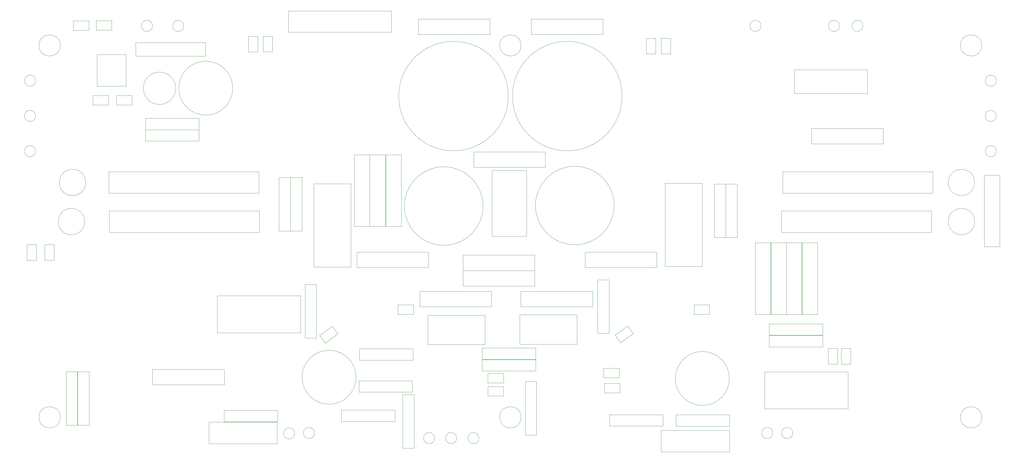
<source format=gbr>
G04 #@! TF.GenerationSoftware,KiCad,Pcbnew,(5.0.0)*
G04 #@! TF.CreationDate,2020-05-22T12:26:50+01:00*
G04 #@! TF.ProjectId,KIT88,4B495438382E6B696361645F70636200,rev?*
G04 #@! TF.SameCoordinates,Original*
G04 #@! TF.FileFunction,Other,User*
%FSLAX46Y46*%
G04 Gerber Fmt 4.6, Leading zero omitted, Abs format (unit mm)*
G04 Created by KiCad (PCBNEW (5.0.0)) date 05/22/20 12:26:50*
%MOMM*%
%LPD*%
G01*
G04 APERTURE LIST*
%ADD10C,0.050000*%
G04 APERTURE END LIST*
D10*
G04 #@! TO.C,TP1*
X20850000Y-119380000D02*
G75*
G03X20850000Y-119380000I-1800000J0D01*
G01*
G04 #@! TO.C,TP2*
X58721400Y-101600000D02*
G75*
G03X58721400Y-101600000I-1800000J0D01*
G01*
G04 #@! TO.C,TP6*
X20850000Y-130810000D02*
G75*
G03X20850000Y-130810000I-1800000J0D01*
G01*
G04 #@! TO.C,TP7*
X20850000Y-142240000D02*
G75*
G03X20850000Y-142240000I-1800000J0D01*
G01*
G04 #@! TO.C,TP8*
X332000000Y-142240000D02*
G75*
G03X332000000Y-142240000I-1800000J0D01*
G01*
G04 #@! TO.C,TP9*
X255800000Y-101600000D02*
G75*
G03X255800000Y-101600000I-1800000J0D01*
G01*
G04 #@! TO.C,TP10*
X288820000Y-101600000D02*
G75*
G03X288820000Y-101600000I-1800000J0D01*
G01*
G04 #@! TO.C,TP11*
X281200000Y-101600000D02*
G75*
G03X281200000Y-101600000I-1800000J0D01*
G01*
G04 #@! TO.C,TP12*
X332000000Y-130810000D02*
G75*
G03X332000000Y-130810000I-1800000J0D01*
G01*
G04 #@! TO.C,TP13*
X332000000Y-119380000D02*
G75*
G03X332000000Y-119380000I-1800000J0D01*
G01*
G04 #@! TO.C,TP14*
X157210000Y-235344000D02*
G75*
G03X157210000Y-235344000I-1800000J0D01*
G01*
G04 #@! TO.C,TP15*
X111160000Y-233680000D02*
G75*
G03X111160000Y-233680000I-1800000J0D01*
G01*
G04 #@! TO.C,TP16*
X150098000Y-235344000D02*
G75*
G03X150098000Y-235344000I-1800000J0D01*
G01*
G04 #@! TO.C,TP18*
X164449000Y-235344000D02*
G75*
G03X164449000Y-235344000I-1800000J0D01*
G01*
G04 #@! TO.C,TP19*
X266087000Y-233680000D02*
G75*
G03X266087000Y-233680000I-1800000J0D01*
G01*
G04 #@! TO.C,TP20*
X259623000Y-233680000D02*
G75*
G03X259623000Y-233680000I-1800000J0D01*
G01*
G04 #@! TO.C,TP21*
X104759000Y-233832000D02*
G75*
G03X104759000Y-233832000I-1800000J0D01*
G01*
G04 #@! TO.C,TP3*
X68856000Y-101600000D02*
G75*
G03X68856000Y-101600000I-1800000J0D01*
G01*
G04 #@! TO.C,TP100*
X92786200Y-104940000D02*
X92786200Y-110020000D01*
X92762200Y-104964000D02*
X89762200Y-104964000D01*
X89738200Y-110020000D02*
X92786200Y-110020000D01*
X89738200Y-110020000D02*
X89738200Y-104940000D01*
G04 #@! TO.C,TP101*
X94526100Y-110020000D02*
X94526100Y-104940000D01*
X94550100Y-109996000D02*
X97550100Y-109996000D01*
X97574100Y-104940000D02*
X94526100Y-104940000D01*
X97574100Y-104940000D02*
X97574100Y-110020000D01*
G04 #@! TO.C,TP200*
X221704000Y-105600000D02*
X221704000Y-110680000D01*
X221680000Y-105624000D02*
X218680000Y-105624000D01*
X218656000Y-110680000D02*
X221704000Y-110680000D01*
X218656000Y-110680000D02*
X218656000Y-105600000D01*
G04 #@! TO.C,TP201*
X223444000Y-110706000D02*
X223444000Y-105626000D01*
X223468000Y-110682000D02*
X226468000Y-110682000D01*
X226492000Y-105626000D02*
X223444000Y-105626000D01*
X226492000Y-105626000D02*
X226492000Y-110706000D01*
G04 #@! TO.C,TP300*
X21069300Y-172542000D02*
X21069300Y-177622000D01*
X21045300Y-172566000D02*
X18045300Y-172566000D01*
X18021300Y-177622000D02*
X21069300Y-177622000D01*
X18021300Y-177622000D02*
X18021300Y-172542000D01*
G04 #@! TO.C,TP301*
X23787100Y-177648000D02*
X23787100Y-172568000D01*
X23811100Y-177624000D02*
X26811100Y-177624000D01*
X26835100Y-172568000D02*
X23787100Y-172568000D01*
X26835100Y-172568000D02*
X26835100Y-177648000D01*
G04 #@! TO.C,TP400*
X284798000Y-206235000D02*
X284798000Y-211315000D01*
X284774000Y-206259000D02*
X281774000Y-206259000D01*
X281750000Y-211315000D02*
X284798000Y-211315000D01*
X281750000Y-211315000D02*
X281750000Y-206235000D01*
G04 #@! TO.C,TP401*
X277558000Y-211315000D02*
X277558000Y-206235000D01*
X277582000Y-211291000D02*
X280582000Y-211291000D01*
X280606000Y-206235000D02*
X277558000Y-206235000D01*
X280606000Y-206235000D02*
X280606000Y-211315000D01*
G04 #@! TO.C,TP50*
X112831273Y-202062843D02*
X116941080Y-199076894D01*
X112864797Y-202068152D02*
X114628152Y-204495203D01*
X118732649Y-201542778D02*
X116941080Y-199076894D01*
X118732649Y-201542778D02*
X114622843Y-204528727D01*
G04 #@! TO.C,TP51*
X138151000Y-192126000D02*
X143231000Y-192126000D01*
X138175000Y-192150000D02*
X138175000Y-195150000D01*
X143231000Y-195174000D02*
X143231000Y-192126000D01*
X143231000Y-195174000D02*
X138151000Y-195174000D01*
G04 #@! TO.C,TP60*
X208475273Y-201935843D02*
X212585080Y-198949894D01*
X208508797Y-201941152D02*
X210272152Y-204368203D01*
X214376649Y-201415778D02*
X212585080Y-198949894D01*
X214376649Y-201415778D02*
X210266843Y-204401727D01*
G04 #@! TO.C,TP61*
X234061000Y-192126000D02*
X239141000Y-192126000D01*
X234085000Y-192150000D02*
X234085000Y-195150000D01*
X239141000Y-195174000D02*
X239141000Y-192126000D01*
X239141000Y-195174000D02*
X234061000Y-195174000D01*
G04 #@! TO.C,TP80*
X205016000Y-217576000D02*
X210096000Y-217576000D01*
X205040000Y-217600000D02*
X205040000Y-220600000D01*
X210096000Y-220624000D02*
X210096000Y-217576000D01*
X210096000Y-220624000D02*
X205016000Y-220624000D01*
G04 #@! TO.C,TP81*
X204838000Y-212687000D02*
X209918000Y-212687000D01*
X204862000Y-212711000D02*
X204862000Y-215711000D01*
X209918000Y-215735000D02*
X209918000Y-212687000D01*
X209918000Y-215735000D02*
X204838000Y-215735000D01*
G04 #@! TO.C,TP90*
X46990000Y-124206000D02*
X52070000Y-124206000D01*
X47014000Y-124230000D02*
X47014000Y-127230000D01*
X52070000Y-127254000D02*
X52070000Y-124206000D01*
X52070000Y-127254000D02*
X46990000Y-127254000D01*
G04 #@! TO.C,TP91*
X39370000Y-124206000D02*
X44450000Y-124206000D01*
X39394000Y-124230000D02*
X39394000Y-127230000D01*
X44450000Y-127254000D02*
X44450000Y-124206000D01*
X44450000Y-127254000D02*
X39370000Y-127254000D01*
G04 #@! TO.C,TP70*
X167322000Y-218643000D02*
X172402000Y-218643000D01*
X167346000Y-218667000D02*
X167346000Y-221667000D01*
X172402000Y-221691000D02*
X172402000Y-218643000D01*
X172402000Y-221691000D02*
X167322000Y-221691000D01*
G04 #@! TO.C,TP71*
X167322000Y-214376000D02*
X172402000Y-214376000D01*
X167346000Y-214400000D02*
X167346000Y-217400000D01*
X172402000Y-217424000D02*
X172402000Y-214376000D01*
X172402000Y-217424000D02*
X167322000Y-217424000D01*
G04 #@! TO.C,TP5*
X40436800Y-99886000D02*
X45516800Y-99886000D01*
X40460800Y-99910000D02*
X40460800Y-102910000D01*
X45516800Y-102934000D02*
X45516800Y-99886000D01*
X45516800Y-102934000D02*
X40436800Y-102934000D01*
G04 #@! TO.C,TP4*
X33007300Y-99987000D02*
X38087300Y-99987000D01*
X33031300Y-100011000D02*
X33031300Y-103011000D01*
X38087300Y-103035000D02*
X38087300Y-99987000D01*
X38087300Y-103035000D02*
X33007300Y-103035000D01*
G04 #@! TO.C,BR2*
X40775900Y-110867000D02*
X50125900Y-110867000D01*
X40775900Y-110867000D02*
X40775900Y-121177000D01*
X50125900Y-121177000D02*
X50125900Y-110867000D01*
X50125900Y-121177000D02*
X40775900Y-121177000D01*
G04 #@! TO.C,R13*
X93169400Y-148950000D02*
X44549400Y-148950000D01*
X93169400Y-155850000D02*
X93169400Y-148950000D01*
X44549400Y-155850000D02*
X93169400Y-155850000D01*
X44549400Y-148950000D02*
X44549400Y-155850000D01*
G04 #@! TO.C,R14*
X262811000Y-148950000D02*
X262811000Y-155850000D01*
X262811000Y-155850000D02*
X311431000Y-155850000D01*
X311431000Y-155850000D02*
X311431000Y-148950000D01*
X311431000Y-148950000D02*
X262811000Y-148950000D01*
G04 #@! TO.C,R15*
X44676400Y-161650000D02*
X44676400Y-168550000D01*
X44676400Y-168550000D02*
X93296400Y-168550000D01*
X93296400Y-168550000D02*
X93296400Y-161650000D01*
X93296400Y-161650000D02*
X44676400Y-161650000D01*
G04 #@! TO.C,R16*
X311025000Y-161650000D02*
X262405000Y-161650000D01*
X311025000Y-168550000D02*
X311025000Y-161650000D01*
X262405000Y-168550000D02*
X311025000Y-168550000D01*
X262405000Y-161650000D02*
X262405000Y-168550000D01*
G04 #@! TO.C,MH1*
X28850000Y-228600000D02*
G75*
G03X28850000Y-228600000I-3450000J0D01*
G01*
G04 #@! TO.C,MH2*
X178075000Y-228600000D02*
G75*
G03X178075000Y-228600000I-3450000J0D01*
G01*
G04 #@! TO.C,MH3*
X327300000Y-228600000D02*
G75*
G03X327300000Y-228600000I-3450000J0D01*
G01*
G04 #@! TO.C,MH4*
X28850000Y-107950000D02*
G75*
G03X28850000Y-107950000I-3450000J0D01*
G01*
G04 #@! TO.C,MH5*
X178075000Y-107950000D02*
G75*
G03X178075000Y-107950000I-3450000J0D01*
G01*
G04 #@! TO.C,MH6*
X327300000Y-107950000D02*
G75*
G03X327300000Y-107950000I-3450000J0D01*
G01*
G04 #@! TO.C,BR1*
X266565000Y-115809000D02*
X290265000Y-115809000D01*
X266565000Y-115809000D02*
X266565000Y-123509000D01*
X290265000Y-123509000D02*
X290265000Y-115809000D01*
X290265000Y-123509000D02*
X266565000Y-123509000D01*
G04 #@! TO.C,BR3*
X75862200Y-107026000D02*
X53262200Y-107026000D01*
X75862200Y-107026000D02*
X75862200Y-111426000D01*
X53262200Y-111426000D02*
X53262200Y-107026000D01*
X53262200Y-111426000D02*
X75862200Y-111426000D01*
G04 #@! TO.C,C1*
X173960000Y-124380000D02*
G75*
G03X173960000Y-124380000I-17750000J0D01*
G01*
G04 #@! TO.C,C2*
X210790000Y-124380000D02*
G75*
G03X210790000Y-124380000I-17750000J0D01*
G01*
G04 #@! TO.C,C3*
X84712200Y-121818000D02*
G75*
G03X84712200Y-121818000I-8750000J0D01*
G01*
G04 #@! TO.C,C4*
X66244600Y-121844000D02*
G75*
G03X66244600Y-121844000I-5250000J0D01*
G01*
G04 #@! TO.C,C5*
X165785000Y-160062000D02*
G75*
G03X165785000Y-160062000I-12750000J0D01*
G01*
G04 #@! TO.C,C6*
X208241000Y-159884000D02*
G75*
G03X208241000Y-159884000I-12750000J0D01*
G01*
G04 #@! TO.C,C7*
X122916000Y-152855000D02*
X110916000Y-152855000D01*
X110916000Y-152855000D02*
X110916000Y-179855000D01*
X110916000Y-179855000D02*
X122916000Y-179855000D01*
X122916000Y-179855000D02*
X122916000Y-152855000D01*
G04 #@! TO.C,C8*
X236759000Y-152652000D02*
X224759000Y-152652000D01*
X224759000Y-152652000D02*
X224759000Y-179652000D01*
X224759000Y-179652000D02*
X236759000Y-179652000D01*
X236759000Y-179652000D02*
X236759000Y-152652000D01*
G04 #@! TO.C,C9*
X37071800Y-152400000D02*
G75*
G03X37071800Y-152400000I-4250000J0D01*
G01*
G04 #@! TO.C,C10*
X324971000Y-152400000D02*
G75*
G03X324971000Y-152400000I-4250000J0D01*
G01*
G04 #@! TO.C,C11*
X36716200Y-165100000D02*
G75*
G03X36716200Y-165100000I-4250000J0D01*
G01*
G04 #@! TO.C,C12*
X324971000Y-165100000D02*
G75*
G03X324971000Y-165100000I-4250000J0D01*
G01*
G04 #@! TO.C,C13*
X147856000Y-195453000D02*
X147856000Y-204953000D01*
X147856000Y-204953000D02*
X166356000Y-204953000D01*
X166356000Y-204953000D02*
X166356000Y-195453000D01*
X166356000Y-195453000D02*
X147856000Y-195453000D01*
G04 #@! TO.C,C14*
X177687000Y-204851000D02*
X196187000Y-204851000D01*
X177687000Y-195351000D02*
X177687000Y-204851000D01*
X196187000Y-195351000D02*
X177687000Y-195351000D01*
X196187000Y-204851000D02*
X196187000Y-195351000D01*
G04 #@! TO.C,C15*
X106652300Y-189174000D02*
X79652300Y-189174000D01*
X106652300Y-201174000D02*
X106652300Y-189174000D01*
X79652300Y-201174000D02*
X106652300Y-201174000D01*
X79652300Y-189174000D02*
X79652300Y-201174000D01*
G04 #@! TO.C,C16*
X283957000Y-213837000D02*
X256957000Y-213837000D01*
X283957000Y-225837000D02*
X283957000Y-213837000D01*
X256957000Y-225837000D02*
X283957000Y-225837000D01*
X256957000Y-213837000D02*
X256957000Y-225837000D01*
G04 #@! TO.C,C17*
X124663000Y-215592000D02*
G75*
G03X124663000Y-215592000I-8750000J0D01*
G01*
G04 #@! TO.C,C18*
X245542000Y-215973000D02*
G75*
G03X245542000Y-215973000I-8750000J0D01*
G01*
G04 #@! TO.C,C19*
X99106700Y-237155000D02*
X99106700Y-230155000D01*
X99106700Y-230155000D02*
X77006700Y-230155000D01*
X77006700Y-230155000D02*
X77006700Y-237155000D01*
X77006700Y-237155000D02*
X99106700Y-237155000D01*
G04 #@! TO.C,R1*
X102677000Y-96766000D02*
X102677000Y-103666000D01*
X102677000Y-103666000D02*
X136067000Y-103666000D01*
X136067000Y-103666000D02*
X136067000Y-96766000D01*
X136067000Y-96766000D02*
X102677000Y-96766000D01*
G04 #@! TO.C,R3*
X56430200Y-135251000D02*
X73770200Y-135251000D01*
X56430200Y-131551000D02*
X56430200Y-135251000D01*
X73770200Y-131551000D02*
X56430200Y-131551000D01*
X73770200Y-135251000D02*
X73770200Y-131551000D01*
G04 #@! TO.C,R4*
X185956000Y-147458000D02*
X185956000Y-142458000D01*
X185956000Y-142458000D02*
X162736000Y-142458000D01*
X162736000Y-142458000D02*
X162736000Y-147458000D01*
X162736000Y-147458000D02*
X185956000Y-147458000D01*
G04 #@! TO.C,R5*
X56417500Y-135259000D02*
X56417500Y-138959000D01*
X56417500Y-138959000D02*
X73757500Y-138959000D01*
X73757500Y-138959000D02*
X73757500Y-135259000D01*
X73757500Y-135259000D02*
X56417500Y-135259000D01*
G04 #@! TO.C,R6*
X129056000Y-143393000D02*
X124056000Y-143393000D01*
X124056000Y-143393000D02*
X124056000Y-166613000D01*
X124056000Y-166613000D02*
X129056000Y-166613000D01*
X129056000Y-166613000D02*
X129056000Y-143393000D01*
G04 #@! TO.C,R8*
X107133000Y-150791000D02*
X103433000Y-150791000D01*
X103433000Y-150791000D02*
X103433000Y-168131000D01*
X103433000Y-168131000D02*
X107133000Y-168131000D01*
X107133000Y-168131000D02*
X107133000Y-150791000D01*
G04 #@! TO.C,R9*
X99699000Y-150778000D02*
X99699000Y-168118000D01*
X103399000Y-150778000D02*
X99699000Y-150778000D01*
X103399000Y-168118000D02*
X103399000Y-150778000D01*
X99699000Y-168118000D02*
X103399000Y-168118000D01*
G04 #@! TO.C,R10*
X244369000Y-170239000D02*
X244369000Y-152899000D01*
X240669000Y-170239000D02*
X244369000Y-170239000D01*
X240669000Y-152899000D02*
X240669000Y-170239000D01*
X244369000Y-152899000D02*
X240669000Y-152899000D01*
G04 #@! TO.C,R11*
X244403000Y-152912000D02*
X244403000Y-170252000D01*
X248103000Y-152912000D02*
X244403000Y-152912000D01*
X248103000Y-170252000D02*
X248103000Y-152912000D01*
X244403000Y-170252000D02*
X248103000Y-170252000D01*
G04 #@! TO.C,R12*
X295366000Y-134901000D02*
X272146000Y-134901000D01*
X295366000Y-139901000D02*
X295366000Y-134901000D01*
X272146000Y-139901000D02*
X295366000Y-139901000D01*
X272146000Y-134901000D02*
X272146000Y-139901000D01*
G04 #@! TO.C,R17*
X124915000Y-180008000D02*
X148135000Y-180008000D01*
X124915000Y-175008000D02*
X124915000Y-180008000D01*
X148135000Y-175008000D02*
X124915000Y-175008000D01*
X148135000Y-180008000D02*
X148135000Y-175008000D01*
G04 #@! TO.C,R18*
X222049000Y-175008000D02*
X198829000Y-175008000D01*
X222049000Y-180008000D02*
X222049000Y-175008000D01*
X198829000Y-180008000D02*
X222049000Y-180008000D01*
X198829000Y-175008000D02*
X198829000Y-180008000D01*
G04 #@! TO.C,R21*
X145273000Y-192670000D02*
X168493000Y-192670000D01*
X145273000Y-187670000D02*
X145273000Y-192670000D01*
X168493000Y-187670000D02*
X145273000Y-187670000D01*
X168493000Y-192670000D02*
X168493000Y-187670000D01*
G04 #@! TO.C,R22*
X201234000Y-187670000D02*
X178014000Y-187670000D01*
X201234000Y-192670000D02*
X201234000Y-187670000D01*
X178014000Y-192670000D02*
X201234000Y-192670000D01*
X178014000Y-187670000D02*
X178014000Y-192670000D01*
G04 #@! TO.C,R23*
X111807000Y-202828000D02*
X111807000Y-185488000D01*
X108107000Y-202828000D02*
X111807000Y-202828000D01*
X108107000Y-185488000D02*
X108107000Y-202828000D01*
X111807000Y-185488000D02*
X108107000Y-185488000D01*
G04 #@! TO.C,R25*
X206587000Y-183964000D02*
X202887000Y-183964000D01*
X202887000Y-183964000D02*
X202887000Y-201304000D01*
X202887000Y-201304000D02*
X206587000Y-201304000D01*
X206587000Y-201304000D02*
X206587000Y-183964000D01*
G04 #@! TO.C,R26*
X258411000Y-198264000D02*
X258411000Y-201964000D01*
X258411000Y-201964000D02*
X275751000Y-201964000D01*
X275751000Y-201964000D02*
X275751000Y-198264000D01*
X275751000Y-198264000D02*
X258411000Y-198264000D01*
G04 #@! TO.C,R27*
X258424000Y-205723000D02*
X275764000Y-205723000D01*
X258424000Y-202023000D02*
X258424000Y-205723000D01*
X275764000Y-202023000D02*
X258424000Y-202023000D01*
X275764000Y-205723000D02*
X275764000Y-202023000D01*
G04 #@! TO.C,R28*
X143125000Y-210016000D02*
X143125000Y-206316000D01*
X143125000Y-206316000D02*
X125785000Y-206316000D01*
X125785000Y-206316000D02*
X125785000Y-210016000D01*
X125785000Y-210016000D02*
X143125000Y-210016000D01*
G04 #@! TO.C,R29*
X165472000Y-206062000D02*
X165472000Y-209762000D01*
X165472000Y-209762000D02*
X182812000Y-209762000D01*
X182812000Y-209762000D02*
X182812000Y-206062000D01*
X182812000Y-206062000D02*
X165472000Y-206062000D01*
G04 #@! TO.C,R30*
X34412800Y-213783000D02*
X30712800Y-213783000D01*
X30712800Y-213783000D02*
X30712800Y-231123000D01*
X30712800Y-231123000D02*
X34412800Y-231123000D01*
X34412800Y-231123000D02*
X34412800Y-213783000D01*
G04 #@! TO.C,R31*
X38172000Y-231110000D02*
X38172000Y-213770000D01*
X34472000Y-231110000D02*
X38172000Y-231110000D01*
X34472000Y-213770000D02*
X34472000Y-231110000D01*
X38172000Y-213770000D02*
X34472000Y-213770000D01*
G04 #@! TO.C,R32*
X58709900Y-218044000D02*
X81929900Y-218044000D01*
X58709900Y-213044000D02*
X58709900Y-218044000D01*
X81929900Y-213044000D02*
X58709900Y-213044000D01*
X81929900Y-218044000D02*
X81929900Y-213044000D01*
G04 #@! TO.C,R33*
X328081000Y-173205000D02*
X333081000Y-173205000D01*
X333081000Y-173205000D02*
X333081000Y-149985000D01*
X333081000Y-149985000D02*
X328081000Y-149985000D01*
X328081000Y-149985000D02*
X328081000Y-173205000D01*
G04 #@! TO.C,R34*
X142883000Y-220417000D02*
X142883000Y-216717000D01*
X142883000Y-216717000D02*
X125543000Y-216717000D01*
X125543000Y-216717000D02*
X125543000Y-220417000D01*
X125543000Y-220417000D02*
X142883000Y-220417000D01*
G04 #@! TO.C,R35*
X165460000Y-213546000D02*
X182800000Y-213546000D01*
X165460000Y-209846000D02*
X165460000Y-213546000D01*
X182800000Y-209846000D02*
X165460000Y-209846000D01*
X182800000Y-213546000D02*
X182800000Y-209846000D01*
G04 #@! TO.C,R36*
X139717000Y-221213000D02*
X139717000Y-238553000D01*
X143417000Y-221213000D02*
X139717000Y-221213000D01*
X143417000Y-238553000D02*
X143417000Y-221213000D01*
X139717000Y-238553000D02*
X143417000Y-238553000D01*
G04 #@! TO.C,R37*
X179404000Y-234324000D02*
X183104000Y-234324000D01*
X183104000Y-234324000D02*
X183104000Y-216984000D01*
X183104000Y-216984000D02*
X179404000Y-216984000D01*
X179404000Y-216984000D02*
X179404000Y-234324000D01*
G04 #@! TO.C,R38*
X81893700Y-230044000D02*
X99233700Y-230044000D01*
X81893700Y-226344000D02*
X81893700Y-230044000D01*
X99233700Y-226344000D02*
X81893700Y-226344000D01*
X99233700Y-230044000D02*
X99233700Y-226344000D01*
G04 #@! TO.C,R39*
X228248000Y-227741000D02*
X228248000Y-231441000D01*
X228248000Y-231441000D02*
X245588000Y-231441000D01*
X245588000Y-231441000D02*
X245588000Y-227741000D01*
X245588000Y-227741000D02*
X228248000Y-227741000D01*
G04 #@! TO.C,R40*
X137283000Y-229955000D02*
X137283000Y-226255000D01*
X137283000Y-226255000D02*
X119943000Y-226255000D01*
X119943000Y-226255000D02*
X119943000Y-229955000D01*
X119943000Y-229955000D02*
X137283000Y-229955000D01*
G04 #@! TO.C,R41*
X206697000Y-231428000D02*
X224037000Y-231428000D01*
X206697000Y-227728000D02*
X206697000Y-231428000D01*
X224037000Y-227728000D02*
X206697000Y-227728000D01*
X224037000Y-231428000D02*
X224037000Y-227728000D01*
G04 #@! TO.C,R70*
X139317000Y-143381000D02*
X134317000Y-143381000D01*
X134317000Y-143381000D02*
X134317000Y-166601000D01*
X134317000Y-166601000D02*
X139317000Y-166601000D01*
X139317000Y-166601000D02*
X139317000Y-143381000D01*
G04 #@! TO.C,R71*
X134085000Y-166601000D02*
X134085000Y-143381000D01*
X129085000Y-166601000D02*
X134085000Y-166601000D01*
X129085000Y-143381000D02*
X129085000Y-166601000D01*
X134085000Y-143381000D02*
X129085000Y-143381000D01*
G04 #@! TO.C,R190*
X263993000Y-171994000D02*
X258993000Y-171994000D01*
X258993000Y-171994000D02*
X258993000Y-195214000D01*
X258993000Y-195214000D02*
X263993000Y-195214000D01*
X263993000Y-195214000D02*
X263993000Y-171994000D01*
G04 #@! TO.C,R191*
X258938000Y-171994000D02*
X253938000Y-171994000D01*
X253938000Y-171994000D02*
X253938000Y-195214000D01*
X253938000Y-195214000D02*
X258938000Y-195214000D01*
X258938000Y-195214000D02*
X258938000Y-171994000D01*
G04 #@! TO.C,R200*
X269090000Y-195214000D02*
X274090000Y-195214000D01*
X274090000Y-195214000D02*
X274090000Y-171994000D01*
X274090000Y-171994000D02*
X269090000Y-171994000D01*
X269090000Y-171994000D02*
X269090000Y-195214000D01*
G04 #@! TO.C,R201*
X264035000Y-195214000D02*
X269035000Y-195214000D01*
X269035000Y-195214000D02*
X269035000Y-171994000D01*
X269035000Y-171994000D02*
X264035000Y-171994000D01*
X264035000Y-171994000D02*
X264035000Y-195214000D01*
G04 #@! TO.C,R240*
X159268000Y-175973000D02*
X159268000Y-180973000D01*
X159268000Y-180973000D02*
X182488000Y-180973000D01*
X182488000Y-180973000D02*
X182488000Y-175973000D01*
X182488000Y-175973000D02*
X159268000Y-175973000D01*
G04 #@! TO.C,R241*
X182488000Y-181028000D02*
X159268000Y-181028000D01*
X182488000Y-186028000D02*
X182488000Y-181028000D01*
X159268000Y-186028000D02*
X182488000Y-186028000D01*
X159268000Y-181028000D02*
X159268000Y-186028000D01*
G04 #@! TO.C,RS1*
X144778000Y-99405000D02*
X144778000Y-104405000D01*
X144778000Y-104405000D02*
X167998000Y-104405000D01*
X167998000Y-104405000D02*
X167998000Y-99405000D01*
X167998000Y-99405000D02*
X144778000Y-99405000D01*
G04 #@! TO.C,RS2*
X204574000Y-99405000D02*
X181354000Y-99405000D01*
X204574000Y-104405000D02*
X204574000Y-99405000D01*
X181354000Y-104405000D02*
X204574000Y-104405000D01*
X181354000Y-99405000D02*
X181354000Y-104405000D01*
G04 #@! TO.C,C20*
X223461000Y-232809000D02*
X223461000Y-239809000D01*
X223461000Y-239809000D02*
X245561000Y-239809000D01*
X245561000Y-239809000D02*
X245561000Y-232809000D01*
X245561000Y-232809000D02*
X223461000Y-232809000D01*
G04 #@! TO.C,TP0*
X168706800Y-169811700D02*
X168706800Y-148475700D01*
X168754800Y-169811700D02*
X179882800Y-169811700D01*
X179882800Y-148475700D02*
X168706800Y-148475700D01*
X179882800Y-148475700D02*
X179882800Y-169811700D01*
G04 #@! TD*
M02*

</source>
